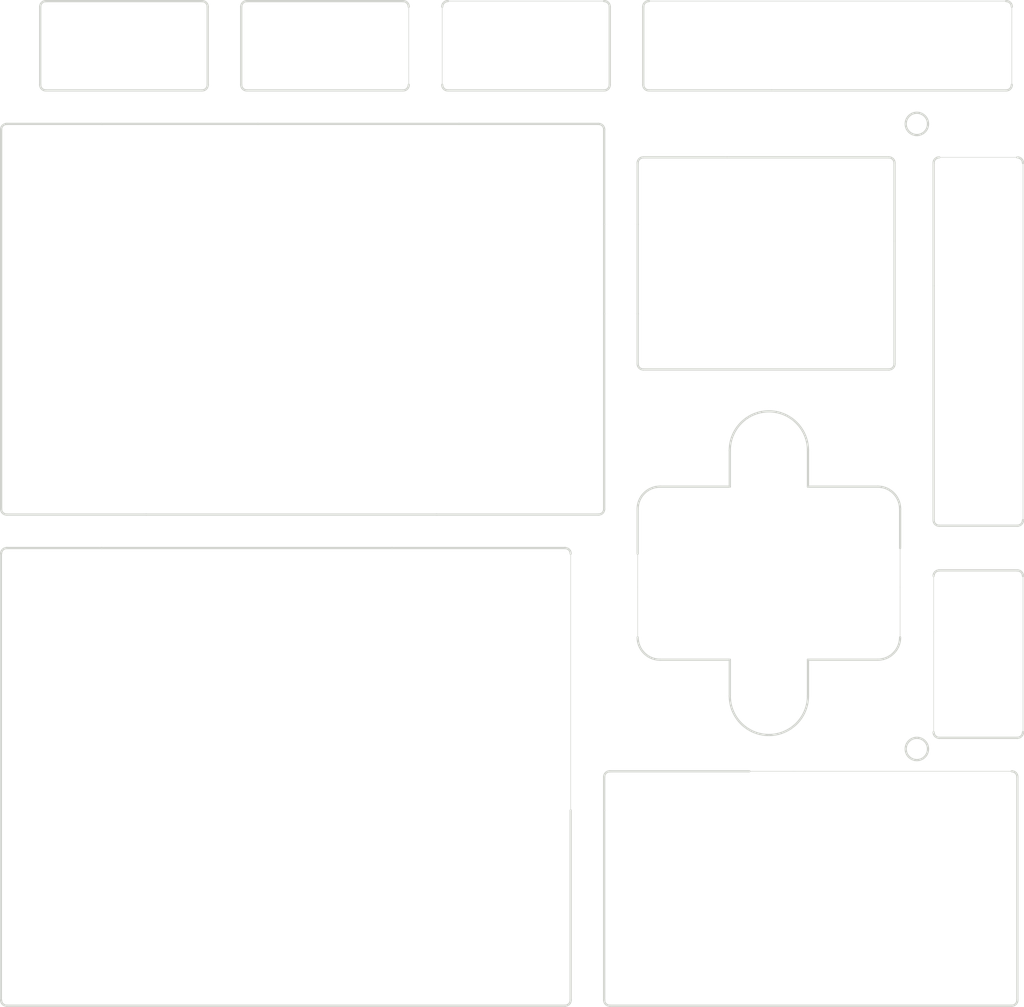
<source format=kicad_pcb>
(kicad_pcb (version 20221018) (generator pcbnew)

  (general
    (thickness 1.6)
  )

  (paper "A4")
  (layers
    (0 "F.Cu" signal)
    (31 "B.Cu" signal)
    (32 "B.Adhes" user "B.Adhesive")
    (33 "F.Adhes" user "F.Adhesive")
    (34 "B.Paste" user)
    (35 "F.Paste" user)
    (36 "B.SilkS" user "B.Silkscreen")
    (37 "F.SilkS" user "F.Silkscreen")
    (38 "B.Mask" user)
    (39 "F.Mask" user)
    (40 "Dwgs.User" user "User.Drawings")
    (41 "Cmts.User" user "User.Comments")
    (42 "Eco1.User" user "User.Eco1")
    (43 "Eco2.User" user "User.Eco2")
    (44 "Edge.Cuts" user)
    (45 "Margin" user)
    (46 "B.CrtYd" user "B.Courtyard")
    (47 "F.CrtYd" user "F.Courtyard")
    (48 "B.Fab" user)
    (49 "F.Fab" user)
  )

  (setup
    (pad_to_mask_clearance 0.051)
    (solder_mask_min_width 0.25)
    (pcbplotparams
      (layerselection 0x0001000_7ffffffe)
      (plot_on_all_layers_selection 0x0001000_00000000)
      (disableapertmacros false)
      (usegerberextensions false)
      (usegerberattributes false)
      (usegerberadvancedattributes false)
      (creategerberjobfile false)
      (dashed_line_dash_ratio 12.000000)
      (dashed_line_gap_ratio 3.000000)
      (svgprecision 4)
      (plotframeref false)
      (viasonmask false)
      (mode 1)
      (useauxorigin false)
      (hpglpennumber 1)
      (hpglpenspeed 20)
      (hpglpendiameter 15.000000)
      (dxfpolygonmode true)
      (dxfimperialunits true)
      (dxfusepcbnewfont true)
      (psnegative false)
      (psa4output false)
      (plotreference false)
      (plotvalue false)
      (plotinvisibletext false)
      (sketchpadsonfab false)
      (subtractmaskfromsilk false)
      (outputformat 3)
      (mirror false)
      (drillshape 2)
      (scaleselection 1)
      (outputdirectory "./")
    )
  )

  (net 0 "")

  (gr_line (start 152.5 87.5) (end 152.5 101.5)
    (stroke (width 0.05) (type solid)) (layer "Edge.Cuts") (tstamp 00000000-0000-0000-0000-00005cb70f6b))
  (gr_line (start 126.25 76.25) (end 126.25 79.5)
    (stroke (width 0.2) (type solid)) (layer "Edge.Cuts") (tstamp 00000000-0000-0000-0000-00005cb71691))
  (gr_line (start 126.25 95) (end 120 95)
    (stroke (width 0.2) (type solid)) (layer "Edge.Cuts") (tstamp 00000000-0000-0000-0000-00005cb71694))
  (gr_line (start 133.25 76.25) (end 133.25 79.5)
    (stroke (width 0.2) (type solid)) (layer "Edge.Cuts") (tstamp 00000000-0000-0000-0000-00005cb71697))
  (gr_arc (start 126.25 76.25) (mid 129.75 72.75) (end 133.25 76.25)
    (stroke (width 0.2) (type solid)) (layer "Edge.Cuts") (tstamp 00000000-0000-0000-0000-00005cb7169a))
  (gr_arc (start 141.5 93) (mid 140.914214 94.414214) (end 139.5 95)
    (stroke (width 0.2) (type solid)) (layer "Edge.Cuts") (tstamp 00000000-0000-0000-0000-00005cb7169d))
  (gr_line (start 133.25 98.25) (end 133.25 95)
    (stroke (width 0.2) (type solid)) (layer "Edge.Cuts") (tstamp 00000000-0000-0000-0000-00005cb716a0))
  (gr_arc (start 139.5 79.5) (mid 140.914214 80.085786) (end 141.5 81.5)
    (stroke (width 0.2) (type solid)) (layer "Edge.Cuts") (tstamp 00000000-0000-0000-0000-00005cb716a3))
  (gr_arc (start 118 81.5) (mid 118.585786 80.085786) (end 120 79.5)
    (stroke (width 0.2) (type solid)) (layer "Edge.Cuts") (tstamp 00000000-0000-0000-0000-00005cb716a6))
  (gr_arc (start 133.25 98.25) (mid 129.75 101.75) (end 126.25 98.25)
    (stroke (width 0.2) (type solid)) (layer "Edge.Cuts") (tstamp 00000000-0000-0000-0000-00005cb716a9))
  (gr_line (start 126.25 98.25) (end 126.25 95)
    (stroke (width 0.2) (type solid)) (layer "Edge.Cuts") (tstamp 00000000-0000-0000-0000-00005cb716ac))
  (gr_line (start 139.5 79.5) (end 133.25 79.5)
    (stroke (width 0.2) (type solid)) (layer "Edge.Cuts") (tstamp 00000000-0000-0000-0000-00005cb716af))
  (gr_arc (start 120 95) (mid 118.585786 94.414214) (end 118 93)
    (stroke (width 0.2) (type solid)) (layer "Edge.Cuts") (tstamp 00000000-0000-0000-0000-00005cb716b2))
  (gr_line (start 126.25 79.5) (end 120 79.5)
    (stroke (width 0.2) (type solid)) (layer "Edge.Cuts") (tstamp 00000000-0000-0000-0000-00005cb716b5))
  (gr_line (start 139.5 95) (end 133.25 95)
    (stroke (width 0.2) (type solid)) (layer "Edge.Cuts") (tstamp 00000000-0000-0000-0000-00005cb716b8))
  (gr_line (start 141.5 85) (end 141.5 81.5)
    (stroke (width 0.2) (type solid)) (layer "Edge.Cuts") (tstamp 00000000-0000-0000-0000-00005cb716bb))
  (gr_line (start 118 81.5) (end 118 85.5)
    (stroke (width 0.2) (type solid)) (layer "Edge.Cuts") (tstamp 00000000-0000-0000-0000-00005cb716e2))
  (gr_line (start 112 85.5) (end 112 108.5)
    (stroke (width 0.05) (type solid)) (layer "Edge.Cuts") (tstamp 00000000-0000-0000-0000-00005cb72640))
  (gr_line (start 132 105) (end 128 105)
    (stroke (width 0.05) (type solid)) (layer "Edge.Cuts") (tstamp 00000000-0000-0000-0000-00005cb72643))
  (gr_line (start 151.5 105) (end 132 105)
    (stroke (width 0.05) (type solid)) (layer "Edge.Cuts") (tstamp 00000000-0000-0000-0000-00005cb72645))
  (gr_line (start 141.5 88.5) (end 141.5 85)
    (stroke (width 0.05) (type solid)) (layer "Edge.Cuts") (tstamp 00000000-0000-0000-0000-00005cb7264b))
  (gr_line (start 141.5 88.5) (end 141.5 93)
    (stroke (width 0.05) (type solid)) (layer "Edge.Cuts") (tstamp 00000000-0000-0000-0000-00005cb7264c))
  (gr_line (start 97.5 42) (end 97.5 36.5)
    (stroke (width 0.05) (type solid)) (layer "Edge.Cuts") (tstamp 00000000-0000-0000-0000-00005cb72af8))
  (gr_line (start 97.5 43.5) (end 97.5 42)
    (stroke (width 0.05) (type solid)) (layer "Edge.Cuts") (tstamp 00000000-0000-0000-0000-00005cb72af9))
  (gr_line (start 100.5 38) (end 100.5 43.5)
    (stroke (width 0.05) (type solid)) (layer "Edge.Cuts") (tstamp 00000000-0000-0000-0000-00005cb72c0d))
  (gr_line (start 101 36) (end 115 36)
    (stroke (width 0.05) (type solid)) (layer "Edge.Cuts") (tstamp 00000000-0000-0000-0000-00005cb72c11))
  (gr_line (start 100.5 38) (end 100.5 36.5)
    (stroke (width 0.05) (type solid)) (layer "Edge.Cuts") (tstamp 00000000-0000-0000-0000-00005cb72c12))
  (gr_line (start 119 36) (end 151 36)
    (stroke (width 0.05) (type solid)) (layer "Edge.Cuts") (tstamp 00000000-0000-0000-0000-00005cb72cb2))
  (gr_line (start 151.5 43.5) (end 151.5 42)
    (stroke (width 0.05) (type solid)) (layer "Edge.Cuts") (tstamp 00000000-0000-0000-0000-00005cb72d8f))
  (gr_line (start 151.5 36.5) (end 151.5 38)
    (stroke (width 0.05) (type solid)) (layer "Edge.Cuts") (tstamp 00000000-0000-0000-0000-00005cb72d90))
  (gr_line (start 151.5 38) (end 151.5 42)
    (stroke (width 0.05) (type solid)) (layer "Edge.Cuts") (tstamp 00000000-0000-0000-0000-00005cb733c8))
  (gr_line (start 145 50) (end 152 50)
    (stroke (width 0.05) (type solid)) (layer "Edge.Cuts") (tstamp 00000000-0000-0000-0000-00005cb733c9))
  (gr_line (start 61.5 47) (end 70 47)
    (stroke (width 0.2) (type solid)) (layer "Edge.Cuts") (tstamp 00000000-0000-0000-0000-00005cb739e5))
  (gr_line (start 70 47) (end 84 47)
    (stroke (width 0.2) (type solid)) (layer "Edge.Cuts") (tstamp 00000000-0000-0000-0000-00005cb739e6))
  (gr_line (start 84 47) (end 102 47)
    (stroke (width 0.2) (type solid)) (layer "Edge.Cuts") (tstamp 00000000-0000-0000-0000-00005cb739e7))
  (gr_line (start 102 47) (end 114.5 47)
    (stroke (width 0.2) (type solid)) (layer "Edge.Cuts") (tstamp 00000000-0000-0000-0000-00005cb739e8))
  (gr_line (start 118.5 50) (end 126 50)
    (stroke (width 0.2) (type solid)) (layer "Edge.Cuts") (tstamp 00000000-0000-0000-0000-00005cb739e9))
  (gr_line (start 115.5 36.5) (end 115.5 43.5)
    (stroke (width 0.2) (type solid)) (layer "Edge.Cuts") (tstamp 00000000-0000-0000-0000-00005cb73a06))
  (gr_line (start 118.5 36.5) (end 118.5 43.5)
    (stroke (width 0.2) (type solid)) (layer "Edge.Cuts") (tstamp 00000000-0000-0000-0000-00005cb73a07))
  (gr_line (start 118 50.5) (end 118 56)
    (stroke (width 0.2) (type solid)) (layer "Edge.Cuts") (tstamp 00000000-0000-0000-0000-00005cb73a09))
  (gr_line (start 118 56) (end 118 64)
    (stroke (width 0.2) (type solid)) (layer "Edge.Cuts") (tstamp 00000000-0000-0000-0000-00005cb73a0a))
  (gr_line (start 118 68.5) (end 118 64)
    (stroke (width 0.2) (type solid)) (layer "Edge.Cuts") (tstamp 00000000-0000-0000-0000-00005cb73d07))
  (gr_line (start 144.5 50.5) (end 144.5 61.5)
    (stroke (width 0.2) (type solid)) (layer "Edge.Cuts") (tstamp 00000000-0000-0000-0000-00005cb73d10))
  (gr_line (start 141 50.5) (end 141 57.5)
    (stroke (width 0.2) (type solid)) (layer "Edge.Cuts") (tstamp 00000000-0000-0000-0000-00005cb73d11))
  (gr_line (start 141 57.5) (end 141 68.5)
    (stroke (width 0.2) (type solid)) (layer "Edge.Cuts") (tstamp 00000000-0000-0000-0000-00005cb7400b))
  (gr_line (start 144.5 82.5) (end 144.5 61.5)
    (stroke (width 0.2) (type solid)) (layer "Edge.Cuts") (tstamp 00000000-0000-0000-0000-00005cb7400c))
  (gr_line (start 101 44) (end 115 44)
    (stroke (width 0.2) (type solid)) (layer "Edge.Cuts") (tstamp 00000000-0000-0000-0000-00005cb74031))
  (gr_line (start 119 44) (end 130 44)
    (stroke (width 0.2) (type solid)) (layer "Edge.Cuts") (tstamp 00000000-0000-0000-0000-00005cb74034))
  (gr_line (start 130 44) (end 151 44)
    (stroke (width 0.2) (type solid)) (layer "Edge.Cuts") (tstamp 00000000-0000-0000-0000-00005cb7403d))
  (gr_line (start 140.5 50) (end 126 50)
    (stroke (width 0.2) (type solid)) (layer "Edge.Cuts") (tstamp 00000000-0000-0000-0000-00005cb7403e))
  (gr_line (start 74 82) (end 61.5 82)
    (stroke (width 0.2) (type solid)) (layer "Edge.Cuts") (tstamp 00000000-0000-0000-0000-00005cb7a060))
  (gr_line (start 70 85) (end 61.5 85)
    (stroke (width 0.2) (type solid)) (layer "Edge.Cuts") (tstamp 00000000-0000-0000-0000-00005cb7a061))
  (gr_line (start 96 85) (end 70 85)
    (stroke (width 0.2) (type solid)) (layer "Edge.Cuts") (tstamp 00000000-0000-0000-0000-00005cb7a062))
  (gr_line (start 100 82) (end 74 82)
    (stroke (width 0.2) (type solid)) (layer "Edge.Cuts") (tstamp 00000000-0000-0000-0000-00005cb7a063))
  (gr_line (start 96 85) (end 111.5 85)
    (stroke (width 0.2) (type solid)) (layer "Edge.Cuts") (tstamp 00000000-0000-0000-0000-00005cb7a0a0))
  (gr_line (start 112 125.5) (end 112 108.5)
    (stroke (width 0.2) (type solid)) (layer "Edge.Cuts") (tstamp 00000000-0000-0000-0000-00005cb7a110))
  (gr_line (start 115 125.5) (end 115 108.5)
    (stroke (width 0.2) (type solid)) (layer "Edge.Cuts") (tstamp 00000000-0000-0000-0000-00005cb7a112))
  (gr_line (start 115 105.5) (end 115 108.5)
    (stroke (width 0.2) (type solid)) (layer "Edge.Cuts") (tstamp 00000000-0000-0000-0000-00005cb7a113))
  (gr_line (start 115.5 105) (end 128 105)
    (stroke (width 0.2) (type solid)) (layer "Edge.Cuts") (tstamp 00000000-0000-0000-0000-00005cb7a147))
  (gr_line (start 115 81.5) (end 115 64)
    (stroke (width 0.2) (type solid)) (layer "Edge.Cuts") (tstamp 00000000-0000-0000-0000-00005cb7a1f5))
  (gr_line (start 115 56) (end 115 64)
    (stroke (width 0.2) (type solid)) (layer "Edge.Cuts") (tstamp 00000000-0000-0000-0000-00005cb7a1f8))
  (gr_line (start 115 47.5) (end 115 56)
    (stroke (width 0.2) (type solid)) (layer "Edge.Cuts") (tstamp 00000000-0000-0000-0000-00005cb7a1f9))
  (gr_arc (start 119 44) (mid 118.646447 43.853553) (end 118.5 43.5)
    (stroke (width 0.2) (type solid)) (layer "Edge.Cuts") (tstamp 008f589a-827e-4934-a1d0-292fcdc3cf47))
  (gr_arc (start 151.5 43.5) (mid 151.353553 43.853553) (end 151 44)
    (stroke (width 0.2) (type solid)) (layer "Edge.Cuts") (tstamp 0510cdb8-38f9-4957-95a3-4fa433a09d98))
  (gr_line (start 61 81.5) (end 61 47.5)
    (stroke (width 0.2) (type solid)) (layer "Edge.Cuts") (tstamp 1022f0e5-87fb-4ab5-8b13-e6e3bb41bf01))
  (gr_line (start 144.5 87.5) (end 144.5 92.5)
    (stroke (width 0.05) (type solid)) (layer "Edge.Cuts") (tstamp 11324c68-2f31-4582-a360-49672a9c6e76))
  (gr_arc (start 111.5 85) (mid 111.853553 85.146447) (end 112 85.5)
    (stroke (width 0.2) (type solid)) (layer "Edge.Cuts") (tstamp 23a87147-b581-4fb5-a6eb-26391e2668a5))
  (gr_arc (start 152 125.5) (mid 151.853553 125.853553) (end 151.5 126)
    (stroke (width 0.2) (type solid)) (layer "Edge.Cuts") (tstamp 24a18d14-ea89-4114-ba14-c80cfec563e3))
  (gr_line (start 115.5 126) (end 151.5 126)
    (stroke (width 0.2) (type solid)) (layer "Edge.Cuts") (tstamp 285b830b-a7c2-43fc-bf87-d34bc8c8961e))
  (gr_arc (start 61 85.5) (mid 61.146447 85.146447) (end 61.5 85)
    (stroke (width 0.2) (type solid)) (layer "Edge.Cuts") (tstamp 2cf55ad2-70ca-4bc7-bc24-fb98c853c0c8))
  (gr_arc (start 152.5 82.5) (mid 152.353553 82.853553) (end 152 83)
    (stroke (width 0.2) (type solid)) (layer "Edge.Cuts") (tstamp 30b3f040-7795-4c40-8226-f65f53afd678))
  (gr_arc (start 141 68.5) (mid 140.853553 68.853553) (end 140.5 69)
    (stroke (width 0.2) (type solid)) (layer "Edge.Cuts") (tstamp 328e0808-54bd-47fa-b807-254243ebb1e1))
  (gr_line (start 65 36) (end 79 36)
    (stroke (width 0.2) (type solid)) (layer "Edge.Cuts") (tstamp 3a07ec1e-687e-4bdf-a010-ca57b94efbc2))
  (gr_line (start 114.5 82) (end 100 82)
    (stroke (width 0.2) (type solid)) (layer "Edge.Cuts") (tstamp 3b40a47c-eb15-45ae-826c-044c368eedc5))
  (gr_arc (start 83 44) (mid 82.646447 43.853553) (end 82.5 43.5)
    (stroke (width 0.2) (type solid)) (layer "Edge.Cuts") (tstamp 3d86d9be-ec5b-4ce6-8936-8dd48bf41b17))
  (gr_arc (start 140.5 50) (mid 140.853553 50.146447) (end 141 50.5)
    (stroke (width 0.2) (type solid)) (layer "Edge.Cuts") (tstamp 43f726be-b8d2-4592-b5ce-70340578eaa1))
  (gr_line (start 64.5 43.5) (end 64.5 36.5)
    (stroke (width 0.2) (type solid)) (layer "Edge.Cuts") (tstamp 4dd75043-3e06-4aac-8dd9-c7d820121ece))
  (gr_circle (center 143 47) (end 144 47)
    (stroke (width 0.2) (type solid)) (fill none) (layer "Edge.Cuts") (tstamp 4e1004dc-3cae-462b-a79b-eef2877c6df9))
  (gr_arc (start 144.5 50.5) (mid 144.646447 50.146447) (end 145 50)
    (stroke (width 0.2) (type solid)) (layer "Edge.Cuts") (tstamp 53726a25-d7c1-4ac8-89a5-5f67706e6b22))
  (gr_arc (start 64.5 36.5) (mid 64.646447 36.146447) (end 65 36)
    (stroke (width 0.2) (type solid)) (layer "Edge.Cuts") (tstamp 55a26e54-f3b7-4271-b7ce-bd0289029882))
  (gr_line (start 145 102) (end 152 102)
    (stroke (width 0.2) (type solid)) (layer "Edge.Cuts") (tstamp 596c4ece-736b-4684-9aee-18cc0990729e))
  (gr_arc (start 82.5 36.5) (mid 82.646447 36.146447) (end 83 36)
    (stroke (width 0.2) (type solid)) (layer "Edge.Cuts") (tstamp 623ae73f-a67e-4bb7-bd29-3e7a011cbf97))
  (gr_line (start 144.5 101.5) (end 144.5 92.5)
    (stroke (width 0.05) (type solid)) (layer "Edge.Cuts") (tstamp 64e44350-46e3-4e03-bcae-dfe4d5d80105))
  (gr_arc (start 145 83) (mid 144.646447 82.853553) (end 144.5 82.5)
    (stroke (width 0.2) (type solid)) (layer "Edge.Cuts") (tstamp 6f41547c-b511-4ded-9fca-e213b29d962e))
  (gr_arc (start 118 50.5) (mid 118.146447 50.146447) (end 118.5 50)
    (stroke (width 0.2) (type solid)) (layer "Edge.Cuts") (tstamp 75ed2090-4ad3-4e04-8168-69d59300a7fd))
  (gr_line (start 79.5 36.5) (end 79.5 43.5)
    (stroke (width 0.2) (type solid)) (layer "Edge.Cuts") (tstamp 7e3673d8-69c6-4e66-8683-bdb5fa88e16c))
  (gr_arc (start 79 36) (mid 79.353553 36.146447) (end 79.5 36.5)
    (stroke (width 0.2) (type solid)) (layer "Edge.Cuts") (tstamp 7f5fafda-19ba-4641-b0b0-30dbc583846d))
  (gr_arc (start 114.5 47) (mid 114.853553 47.146447) (end 115 47.5)
    (stroke (width 0.2) (type solid)) (layer "Edge.Cuts") (tstamp 81a0baa9-9ee2-40b5-8e36-c253af9aadc9))
  (gr_arc (start 65 44) (mid 64.646447 43.853553) (end 64.5 43.5)
    (stroke (width 0.2) (type solid)) (layer "Edge.Cuts") (tstamp 86c4cd86-e6b7-4c29-83d2-fcfbe2e5a9f9))
  (gr_arc (start 115.5 43.5) (mid 115.353553 43.853553) (end 115 44)
    (stroke (width 0.2) (type solid)) (layer "Edge.Cuts") (tstamp 8710f3b6-fab0-4067-af44-8a2b6455894b))
  (gr_arc (start 118.5 69) (mid 118.146447 68.853553) (end 118 68.5)
    (stroke (width 0.2) (type solid)) (layer "Edge.Cuts") (tstamp 873825c6-06d0-4190-8807-465c50044a57))
  (gr_arc (start 145 102) (mid 144.646447 101.853553) (end 144.5 101.5)
    (stroke (width 0.2) (type solid)) (layer "Edge.Cuts") (tstamp 8cb7b891-25f6-4b42-adbb-b848da5863ce))
  (gr_circle (center 143 103) (end 144 103)
    (stroke (width 0.2) (type solid)) (fill none) (layer "Edge.Cuts") (tstamp 8d85bdcd-987b-4bc2-9adf-4724707afa09))
  (gr_arc (start 118.5 36.5) (mid 118.646447 36.146447) (end 119 36)
    (stroke (width 0.2) (type solid)) (layer "Edge.Cuts") (tstamp 952d95bb-35c2-4505-9d48-c0bb0bbee7a2))
  (gr_line (start 152 87) (end 145 87)
    (stroke (width 0.2) (type solid)) (layer "Edge.Cuts") (tstamp a16dc840-8c82-42f6-a7b9-c790dd1b8dbc))
  (gr_arc (start 61.5 82) (mid 61.146447 81.853553) (end 61 81.5)
    (stroke (width 0.2) (type solid)) (layer "Edge.Cuts") (tstamp a7b523aa-aabe-498b-826c-8ad2776145f4))
  (gr_arc (start 115 105.5) (mid 115.146447 105.146447) (end 115.5 105)
    (stroke (width 0.2) (type solid)) (layer "Edge.Cuts") (tstamp a9ed0459-7fd1-4f85-8672-8c2dc40a575a))
  (gr_arc (start 97.5 43.5) (mid 97.353553 43.853553) (end 97 44)
    (stroke (width 0.2) (type solid)) (layer "Edge.Cuts") (tstamp afcd7141-0ad8-4dd9-bdb3-c0383c374fad))
  (gr_arc (start 115 81.5) (mid 114.853553 81.853553) (end 114.5 82)
    (stroke (width 0.2) (type solid)) (layer "Edge.Cuts") (tstamp b2867a43-6845-4051-93f6-86e06a603a15))
  (gr_arc (start 61.5 126) (mid 61.146447 125.853553) (end 61 125.5)
    (stroke (width 0.2) (type solid)) (layer "Edge.Cuts") (tstamp b5468da9-ea69-4c77-adbb-20b6d2439341))
  (gr_line (start 152 83) (end 145 83)
    (stroke (width 0.2) (type solid)) (layer "Edge.Cuts") (tstamp bafe593c-fe6f-4f59-8a41-a101d3f07d1c))
  (gr_line (start 97 36) (end 83 36)
    (stroke (width 0.2) (type solid)) (layer "Edge.Cuts") (tstamp bcb3f755-9f44-4b6c-bdca-6a3b3285bf04))
  (gr_line (start 61.5 126) (end 111.5 126)
    (stroke (width 0.2) (type solid)) (layer "Edge.Cuts") (tstamp bdea2276-aba4-48bc-9205-da81356e6479))
  (gr_line (start 152 125.5) (end 152 105.5)
    (stroke (width 0.2) (type solid)) (layer "Edge.Cuts") (tstamp c7386e9b-aaa4-435d-8351-b63629d16f46))
  (gr_arc (start 151 36) (mid 151.353553 36.146447) (end 151.5 36.5)
    (stroke (width 0.2) (type solid)) (layer "Edge.Cuts") (tstamp ca3da539-a31e-45fb-8768-b54b7a00b09e))
  (gr_arc (start 61 47.5) (mid 61.146447 47.146447) (end 61.5 47)
    (stroke (width 0.2) (type solid)) (layer "Edge.Cuts") (tstamp cf1c21dd-2d64-4a70-8096-72ee9233d0bc))
  (gr_arc (start 100.5 36.5) (mid 100.646447 36.146447) (end 101 36)
    (stroke (width 0.2) (type solid)) (layer "Edge.Cuts") (tstamp cfef71b8-c294-4d13-b148-aeeb1d90fb98))
  (gr_arc (start 152 87) (mid 152.353553 87.146447) (end 152.5 87.5)
    (stroke (width 0.2) (type solid)) (layer "Edge.Cuts") (tstamp d0f787e1-a604-4c38-b78c-26e1d6a08a3e))
  (gr_arc (start 115 36) (mid 115.353553 36.146447) (end 115.5 36.5)
    (stroke (width 0.2) (type solid)) (layer "Edge.Cuts") (tstamp d261bf5c-7f14-4e66-b76d-8e2bc05ab5d8))
  (gr_arc (start 152.5 101.5) (mid 152.353553 101.853553) (end 152 102)
    (stroke (width 0.2) (type solid)) (layer "Edge.Cuts") (tstamp d73e5e04-d841-444b-9633-5195832c5614))
  (gr_line (start 152.5 50.5) (end 152.5 82.5)
    (stroke (width 0.05) (type solid)) (layer "Edge.Cuts") (tstamp d8935e8a-cad1-440a-9505-3c87f77265e9))
  (gr_arc (start 115.5 126) (mid 115.146447 125.853553) (end 115 125.5)
    (stroke (width 0.2) (type solid)) (layer "Edge.Cuts") (tstamp e5c04292-d87e-4611-80a9-0708a0e572d4))
  (gr_arc (start 151.5 105) (mid 151.853553 105.146447) (end 152 105.5)
    (stroke (width 0.2) (type solid)) (layer "Edge.Cuts") (tstamp e66055f3-d711-4664-8bd2-b48d66f43fbf))
  (gr_arc (start 152 50) (mid 152.353553 50.146447) (end 152.5 50.5)
    (stroke (width 0.2) (type solid)) (layer "Edge.Cuts") (tstamp ecc9ac07-1e33-4dcc-a236-2cdf5bdd1e5b))
  (gr_line (start 118 85.5) (end 118 88.5)
    (stroke (width 0.05) (type solid)) (layer "Edge.Cuts") (tstamp ed20cc44-80d4-45ca-8965-2ab088d8403c))
  (gr_line (start 118 93) (end 118 88.5)
    (stroke (width 0.05) (type solid)) (layer "Edge.Cuts") (tstamp ed4b6d94-5f47-4a1c-b6cc-fda390bb0c69))
  (gr_line (start 61 85.5) (end 61 125.5)
    (stroke (width 0.15) (type solid)) (layer "Edge.Cuts") (tstamp ee63bfc9-eff6-487f-9d52-c29a6a3c8927))
  (gr_line (start 82.5 36.5) (end 82.5 43.5)
    (stroke (width 0.2) (type solid)) (layer "Edge.Cuts") (tstamp f0d12740-0c8f-421c-83d9-b6e819fee7be))
  (gr_arc (start 79.5 43.5) (mid 79.353553 43.853553) (end 79 44)
    (stroke (width 0.2) (type solid)) (layer "Edge.Cuts") (tstamp f3e802ac-b9a6-47e2-8015-e1b8b9ea1164))
  (gr_arc (start 112 125.5) (mid 111.853553 125.853553) (end 111.5 126)
    (stroke (width 0.2) (type solid)) (layer "Edge.Cuts") (tstamp f59d5c8d-78b3-4c59-bf86-0f81207546cf))
  (gr_arc (start 144.5 87.5) (mid 144.646447 87.146447) (end 145 87)
    (stroke (width 0.2) (type solid)) (layer "Edge.Cuts") (tstamp f66f54e8-63b2-4fd6-b660-d131eeb3a214))
  (gr_line (start 83 44) (end 97 44)
    (stroke (width 0.2) (type solid)) (layer "Edge.Cuts") (tstamp f6ee1a06-bd3e-4adc-aabc-00d0c95da348))
  (gr_arc (start 101 44) (mid 100.646447 43.853553) (end 100.5 43.5)
    (stroke (width 0.2) (type solid)) (layer "Edge.Cuts") (tstamp f808b473-9fbd-441f-8927-e84733546d04))
  (gr_arc (start 97 36) (mid 97.353553 36.146447) (end 97.5 36.5)
    (stroke (width 0.2) (type solid)) (layer "Edge.Cuts") (tstamp f826afe4-e9e4-4641-9c7a-7f48f42358e7))
  (gr_line (start 140.5 69) (end 118.5 69)
    (stroke (width 0.2) (type solid)) (layer "Edge.Cuts") (tstamp fa1e291a-6fba-4fa2-9333-876d87fb7a01))
  (gr_line (start 79 44) (end 65 44)
    (stroke (width 0.2) (type solid)) (layer "Edge.Cuts") (tstamp fa456d42-fe3b-4d01-9441-40151ab7ce8a))

)

</source>
